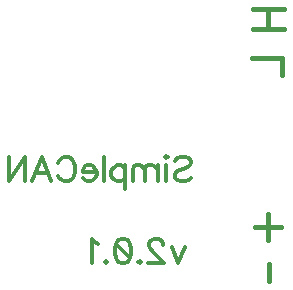
<source format=gbo>
G04 DipTrace 2.3.0.1*
%INbot_silc.gbr*%
%MOMM*%
%ADD29O,0.391X0.392*%
%ADD64C,0.314*%
%FSLAX53Y53*%
G04*
G71*
G90*
G75*
G01*
%LNBotSilk*%
%LPD*%
X40270Y34804D2*
D29*
X42822D1*
X40270Y33103D2*
X42822D1*
X41485Y34804D2*
Y33103D1*
X40142Y30656D2*
X42694D1*
Y29199D1*
X40390Y16342D2*
X42577D1*
X41485Y17434D2*
Y15247D1*
X41547Y13195D2*
Y11791D1*
X33626Y21951D2*
D64*
X33819Y22147D1*
X34111Y22243D1*
X34500D1*
X34792Y22147D1*
X34987Y21951D1*
Y21758D1*
X34888Y21563D1*
X34792Y21466D1*
X34598Y21370D1*
X34014Y21174D1*
X33819Y21078D1*
X33722Y20979D1*
X33626Y20786D1*
Y20494D1*
X33819Y20301D1*
X34111Y20202D1*
X34500D1*
X34792Y20301D1*
X34987Y20494D1*
X32998Y22243D2*
X32902Y22147D1*
X32803Y22243D1*
X32902Y22342D1*
X32998Y22243D1*
X32902Y21563D2*
Y20202D1*
X32176Y21563D2*
Y20202D1*
Y21174D2*
X31884Y21466D1*
X31688Y21563D1*
X31398D1*
X31203Y21466D1*
X31106Y21174D1*
Y20202D1*
Y21174D2*
X30814Y21466D1*
X30619Y21563D1*
X30329D1*
X30134Y21466D1*
X30035Y21174D1*
Y20202D1*
X29408Y21563D2*
Y19521D1*
Y21271D2*
X29212Y21464D1*
X29019Y21563D1*
X28727D1*
X28532Y21464D1*
X28338Y21271D1*
X28240Y20979D1*
Y20783D1*
X28338Y20494D1*
X28532Y20298D1*
X28727Y20202D1*
X29019D1*
X29212Y20298D1*
X29408Y20494D1*
X27612Y22243D2*
Y20202D1*
X26985Y20979D2*
X25819D1*
Y21174D1*
X25915Y21370D1*
X26012Y21466D1*
X26207Y21563D1*
X26499D1*
X26693Y21466D1*
X26888Y21271D1*
X26985Y20979D1*
Y20786D1*
X26888Y20494D1*
X26693Y20301D1*
X26499Y20202D1*
X26207D1*
X26012Y20301D1*
X25819Y20494D1*
X23734Y21758D2*
X23830Y21951D1*
X24026Y22147D1*
X24219Y22243D1*
X24607D1*
X24803Y22147D1*
X24996Y21951D1*
X25095Y21758D1*
X25191Y21466D1*
Y20979D1*
X25095Y20689D1*
X24996Y20494D1*
X24803Y20301D1*
X24607Y20202D1*
X24219D1*
X24026Y20301D1*
X23830Y20494D1*
X23734Y20689D1*
X21550Y20202D2*
X22329Y22243D1*
X23106Y20202D1*
X22814Y20882D2*
X21842D1*
X19561Y22243D2*
Y20202D1*
X20922Y22243D1*
Y20202D1*
X34506Y14650D2*
X33922Y13289D1*
X33340Y14650D1*
X32614Y14843D2*
Y14940D1*
X32517Y15135D1*
X32421Y15232D1*
X32225Y15328D1*
X31837D1*
X31643Y15232D1*
X31547Y15135D1*
X31448Y14940D1*
Y14746D1*
X31547Y14551D1*
X31740Y14261D1*
X32713Y13289D1*
X31351D1*
X30627Y13484D2*
X30724Y13385D1*
X30627Y13289D1*
X30528Y13385D1*
X30627Y13484D1*
X29317Y15328D2*
X29609Y15232D1*
X29804Y14940D1*
X29901Y14454D1*
Y14162D1*
X29804Y13677D1*
X29609Y13385D1*
X29317Y13289D1*
X29124D1*
X28832Y13385D1*
X28639Y13677D1*
X28540Y14162D1*
Y14454D1*
X28639Y14940D1*
X28832Y15232D1*
X29124Y15328D1*
X29317D1*
X28639Y14940D2*
X29804Y13677D1*
X27816Y13484D2*
X27912Y13385D1*
X27816Y13289D1*
X27717Y13385D1*
X27816Y13484D1*
X27090Y14940D2*
X26894Y15038D1*
X26602Y15328D1*
Y13289D1*
M02*

</source>
